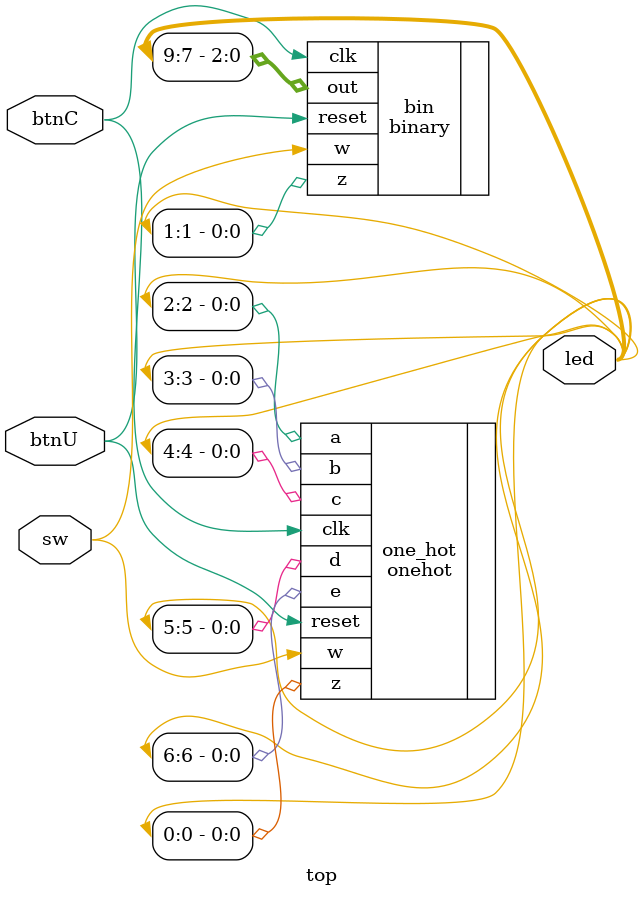
<source format=v>
module top(
    input sw, // w
    output [9:0] led, // see IO table
    input btnC, // clk
    input btnU // reset
);

    // Hook up binary and one-hot state machines
    onehot one_hot (.w(sw), .clk(btnC), .reset(btnU), .z(led[0]), .a(led[2]), .b(led[3]), .c(led[4]), .d(led[5]), .e(led[6]));

    binary bin (.w(sw), .clk(btnC), .reset(btnU), .z(led[1]), .out(led[9:7]));

endmodule
</source>
